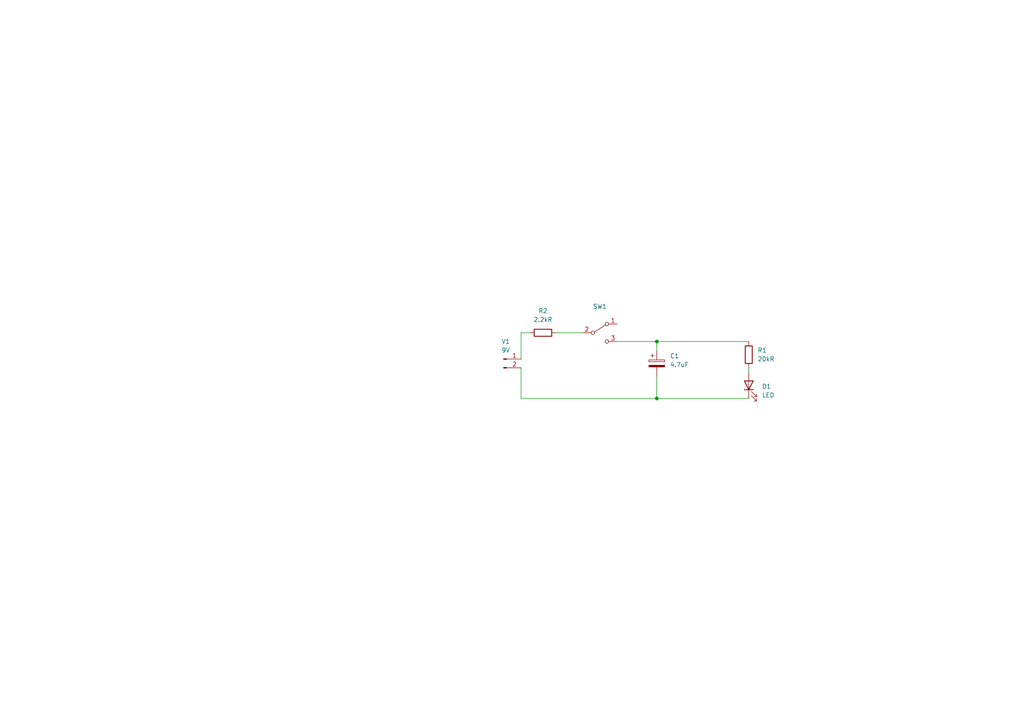
<source format=kicad_sch>
(kicad_sch (version 20211123) (generator eeschema)
  (paper "A4")
  (title_block (title "Lab 4 Exercise 1"))
  (lib_symbols
    (symbol "Connector:Conn_01x02_Male" (pin_names (offset 1.016) hide)
      (property "Reference" "J" (at 0 2.54 0))
      (property "Value" "Conn_01x02_Male" (at 0 -5.08 0))
      (symbol "Conn_01x02_Male_1_1"
        (polyline (pts (xy 1.27 -2.54) (xy 0.8636 -2.54)) (stroke (width 0.1524)))
        (polyline (pts (xy 1.27 0) (xy 0.8636 0)) (stroke (width 0.1524)))
        (rectangle (start 0.8636 -2.413) (end 0 -2.667) (stroke (width 0.1524)) (fill (type outline)))
        (rectangle (start 0.8636 0.127) (end 0 -0.127) (stroke (width 0.1524)) (fill (type outline)))
        (pin passive line (at 5.08 0 180) (length 3.81) (name "Pin_1") (number "1"))
        (pin passive line (at 5.08 -2.54 180) (length 3.81) (name "Pin_2") (number "2"))
      )
    )
    (symbol "Device:C_Polarized" (pin_numbers hide) (pin_names (offset 0.254))
      (property "Reference" "C" (at 0.635 2.54 0))
      (property "Value" "C_Polarized" (at 0.635 -2.54 0))
      (symbol "C_Polarized_0_1"
        (rectangle (start -2.286 0.508) (end 2.286 1.016))
        (polyline (pts (xy -1.778 2.286) (xy -0.762 2.286)))
        (polyline (pts (xy -1.27 2.794) (xy -1.27 1.778)))
        (rectangle (start 2.286 -0.508) (end -2.286 -1.016) (fill (type outline)))
      )
      (symbol "C_Polarized_1_1"
        (pin passive line (at 0 3.81 270) (length 2.794) (name "~") (number "1"))
        (pin passive line (at 0 -3.81 90) (length 2.794) (name "~") (number "2"))
      )
    )
    (symbol "Device:LED" (pin_numbers hide) (pin_names (offset 1.016) hide)
      (property "Reference" "D" (at 0 2.54 0))
      (property "Value" "LED" (at 0 -2.54 0))
      (symbol "LED_0_1"
        (polyline (pts (xy -1.27 -1.27) (xy -1.27 1.27)) (stroke (width 0.254)))
        (polyline (pts (xy -1.27 0) (xy 1.27 0)))
        (polyline (pts (xy 1.27 -1.27) (xy 1.27 1.27) (xy -1.27 0) (xy 1.27 -1.27)) (stroke (width 0.254)))
        (polyline (pts (xy -3.048 -0.762) (xy -4.572 -2.286) (xy -3.81 -2.286) (xy -4.572 -2.286) (xy -4.572 -1.524)))
        (polyline (pts (xy -1.778 -0.762) (xy -3.302 -2.286) (xy -2.54 -2.286) (xy -3.302 -2.286) (xy -3.302 -1.524)))
      )
      (symbol "LED_1_1"
        (pin passive line (at -3.81 0 0) (length 2.54) (name "K") (number "1"))
        (pin passive line (at 3.81 0 180) (length 2.54) (name "A") (number "2"))
      )
    )
    (symbol "Device:R" (pin_numbers hide) (pin_names (offset 0))
      (property "Reference" "R" (at 2.032 0 90))
      (property "Value" "R" (at 0 0 90))
      (symbol "R_0_1"
        (rectangle (start -1.016 -2.54) (end 1.016 2.54) (stroke (width 0.254)))
      )
      (symbol "R_1_1"
        (pin passive line (at 0 3.81 270) (length 1.27) (name "~") (number "1"))
        (pin passive line (at 0 -3.81 90) (length 1.27) (name "~") (number "2"))
      )
    )
    (symbol "Switch:SW_SPDT" (pin_names (offset 0) hide)
      (property "Reference" "SW" (at 0 4.318 0))
      (property "Value" "SW_SPDT" (at 0 -5.08 0))
      (symbol "SW_SPDT_0_0"
        (circle (center -2.032 0) (radius 0.508))
        (circle (center 2.032 -2.54) (radius 0.508))
      )
      (symbol "SW_SPDT_0_1"
        (polyline (pts (xy -1.524 0.254) (xy 1.651 2.286)))
        (circle (center 2.032 2.54) (radius 0.508))
      )
      (symbol "SW_SPDT_1_1"
        (pin passive line (at 5.08 2.54 180) (length 2.54) (name "A") (number "1"))
        (pin passive line (at -5.08 0 0) (length 2.54) (name "B") (number "2"))
        (pin passive line (at 5.08 -2.54 180) (length 2.54) (name "C") (number "3"))
      )
    )
  )
  (junction (at 190.5 115.57))
  (junction (at 190.5 99.06))
  (wire (pts (xy 151.13 96.52) (xy 153.67 96.52)))
  (wire (pts (xy 151.13 115.57) (xy 151.13 106.68)))
  (wire (pts (xy 179.07 99.06) (xy 190.5 99.06)))
  (wire (pts (xy 161.29 96.52) (xy 168.91 96.52)))
  (wire (pts (xy 190.5 115.57) (xy 217.17 115.57)))
  (wire (pts (xy 217.17 106.68) (xy 217.17 107.95)))
  (wire (pts (xy 190.5 115.57) (xy 151.13 115.57)))
  (wire (pts (xy 190.5 99.06) (xy 217.17 99.06)))
  (wire (pts (xy 190.5 109.22) (xy 190.5 115.57)))
  (wire (pts (xy 151.13 104.14) (xy 151.13 96.52)))
  (wire (pts (xy 190.5 99.06) (xy 190.5 101.6)))
  (symbol (lib_id "Device:LED") (at 217.17 111.76 90) (unit 1)
    (property "Reference" "D1" (at 220.98 112.0774 90) (effects (justify right)))
    (property "Value" "LED" (at 220.98 114.6174 90) (effects (justify right)))
    (property "Footprint" "LED_THT:LED_D5.0mm" (effects hide))
  )
  (symbol (lib_id "Connector:Conn_01x02_Male") (at 146.05 104.14 0) (unit 1)
    (property "Reference" "V1" (at 146.685 99.06 0))
    (property "Value" "9V" (at 146.685 101.6 0))
    (property "Footprint" "Connector_JST:JST_PH_B2B-PH-K_1x02_P2.00mm_Vertical" (effects hide))
  )
  (symbol (lib_id "Switch:SW_SPDT") (at 173.99 96.52 0) (unit 1)
    (property "Reference" "SW1" (at 173.99 88.9 0))
    (property "Value" "SW_SPDT" (effects hide))
    (property "Footprint" "Button_Switch_THT:SW_E-Switch_EG1224_SPDT_Angled" (effects hide))
  )
  (symbol (lib_id "Device:R") (at 157.48 96.52 270) (unit 1)
    (property "Reference" "R2" (at 157.48 90.17 90))
    (property "Value" "2.2kR" (at 157.48 92.71 90))
    (property "Footprint" "Resistor_THT:R_Axial_DIN0516_L15.5mm_D5.0mm_P20.32mm_Horizontal" (effects hide))
  )
  (symbol (lib_id "Device:R") (at 217.17 102.87 0) (unit 1)
    (property "Reference" "R1" (at 219.71 101.5999 0) (effects (justify left)))
    (property "Value" "20kR" (at 219.71 104.1399 0) (effects (justify left)))
    (property "Footprint" "Resistor_THT:R_Axial_DIN0516_L15.5mm_D5.0mm_P20.32mm_Horizontal" (effects hide))
  )
  (symbol (lib_id "Device:C_Polarized") (at 190.5 105.41 0) (unit 1)
    (property "Reference" "C1" (at 194.31 103.2509 0) (effects (justify left)))
    (property "Value" "4.7uF" (at 194.31 105.7909 0) (effects (justify left)))
    (property "Footprint" "Capacitor_THT:CP_Radial_D5.0mm_P2.00mm" (effects hide))
  )
)
</source>
